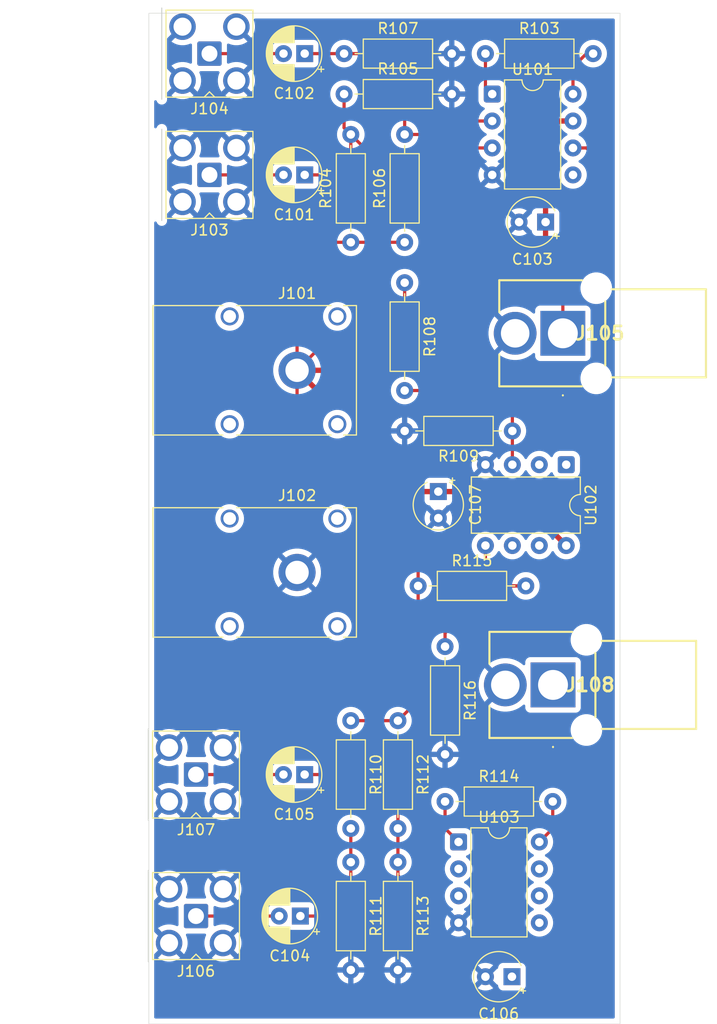
<source format=kicad_pcb>
(kicad_pcb (version 20241229) (generator "pcbnew") (generator_version "9.0")
  (layers (0 "F.Cu" signal) (2 "B.Cu" signal) (13 "F.Paste" user) (15 "B.Paste" user) (5 "F.SilkS" user "F.Silkscreen") (7 "B.SilkS" user "B.Silkscreen") (1 "F.Mask" user) (3 "B.Mask" user) (25 "Edge.Cuts" user))
  (net 0 "")
  (net 1 "Net-(J103-In)")
  (net 2 "Net-(U101-+)")
  (net 3 "Net-(U101--)")
  (net 4 "Net-(J104-In)")
  (net 5 "+5V")
  (net 6 "GND")
  (net 7 "Net-(J106-In)")
  (net 8 "Net-(U103-+)")
  (net 9 "Net-(U103--)")
  (net 10 "Net-(J107-In)")
  (net 11 "Net-(J105-In)")
  (net 12 "Net-(J108-In)")
  (net 13 "Net-(R103-Pad2)")
  (net 14 "Net-(R103-Pad1)")
  (net 15 "Net-(U102A-+)")
  (net 16 "Net-(R114-Pad2)")
  (net 17 "Net-(R114-Pad1)")
  (net 18 "Net-(U102B-+)")
  (net 19 "Net-(U101-Ref)")
  (net 20 "Net-(U102B--)")
  (footprint "Resistor_THT:R_Axial_DIN0207_L6.3mm_D2.5mm_P10.16mm_Horizontal" (layer "F.Cu") (at 147.32 76.835)
    (property "Reference" "R105" (at 5.08 -2.37 0) (layer "F.SilkS"))
    (property "Value" "1.5k")
    (pad "1" thru_hole circle (at 0 0) (size 1.6 1.6) (drill 0.8) (layers "*.Cu" "*.Mask") (net 2 "Net-(U101-+)"))
    (pad "2" thru_hole oval (at 10.16 0) (size 1.6 1.6) (drill 0.8) (layers "*.Cu" "*.Mask") (net 6 "GND"))
  )
  (footprint "Capacitor_THT:CP_Radial_D5.0mm_P2.00mm" (layer "F.Cu") (at 143.6 140.97 180)
    (property "Reference" "C105" (at 1 -3.75 0) (layer "F.SilkS"))
    (property "Value" "C_Polarized")
    (pad "1" thru_hole rect (at 0 0 180) (size 1.6 1.6) (drill 0.8) (layers "*.Cu" "*.Mask") (net 9 "Net-(U103--)"))
    (pad "2" thru_hole circle (at 2 0 180) (size 1.6 1.6) (drill 0.8) (layers "*.Cu" "*.Mask") (net 10 "Net-(J107-In)"))
  )
  (footprint "Resistor_THT:R_Axial_DIN0207_L6.3mm_D2.5mm_P10.16mm_Horizontal" (layer "F.Cu") (at 163.195 108.585 180)
    (property "Reference" "R109" (at 5.08 -2.37 0) (layer "F.SilkS"))
    (property "Value" "1.5k")
    (pad "1" thru_hole circle (at 0 0 180) (size 1.6 1.6) (drill 0.8) (layers "*.Cu" "*.Mask") (net 15 "Net-(U102A-+)"))
    (pad "2" thru_hole oval (at 10.16 0 180) (size 1.6 1.6) (drill 0.8) (layers "*.Cu" "*.Mask") (net 6 "GND"))
  )
  (footprint "Capacitor_THT:CP_Radial_D5.0mm_P2.00mm" (layer "F.Cu") (at 143.195113 154.305 180)
    (property "Reference" "C104" (at 1 -3.75 0) (layer "F.SilkS"))
    (property "Value" "C_Polarized")
    (pad "1" thru_hole rect (at 0 0 180) (size 1.6 1.6) (drill 0.8) (layers "*.Cu" "*.Mask") (net 8 "Net-(U103-+)"))
    (pad "2" thru_hole circle (at 2 0 180) (size 1.6 1.6) (drill 0.8) (layers "*.Cu" "*.Mask") (net 7 "Net-(J106-In)"))
  )
  (footprint "Connector_Coaxial:SMA_Amphenol_901-143_Horizontal" (layer "F.Cu") (at 134.62 73.025 90)
    (property "Reference" "J104" (at -5.2 0 0) (layer "F.SilkS"))
    (property "Value" "sma_conn_I-")
    (fp_line (start 4.3 -4.5) (end -4.3 -4.5) (stroke (width 0.1)) (layer "Edge.Cuts"))
    (pad "1" thru_hole roundrect (at 0 0 90) (size 2.3 2.3) (drill 1.5) (layers "*.Cu" "*.Mask") (roundrect_rratio 0.087) (net 4 "Net-(J104-In)"))
    (pad "2" thru_hole circle (at -2.54 -2.54 90) (size 2.5 2.5) (drill 1.7) (layers "*.Cu" "*.Mask") (net 6 "GND"))
    (pad "2" thru_hole circle (at -2.54 2.54 90) (size 2.5 2.5) (drill 1.7) (layers "*.Cu" "*.Mask") (net 6 "GND"))
    (pad "2" thru_hole circle (at 2.54 -2.54 90) (size 2.5 2.5) (drill 1.7) (layers "*.Cu" "*.Mask") (net 6 "GND"))
    (pad "2" thru_hole circle (at 2.54 2.54 90) (size 2.5 2.5) (drill 1.7) (layers "*.Cu" "*.Mask") (net 6 "GND"))
  )
  (footprint "Connector:Banana_Cliff_FCR7350R_S16N-PC_Horizontal" (layer "F.Cu") (at 142.885 102.87)
    (property "Reference" "J101" (at 0 -7.25 0) (layer "F.SilkS"))
    (property "Value" "banana_conn_red")
    (pad "" np_thru_hole circle (at -6.36 -5.08) (size 1.7 1.7) (drill 1.2) (layers "*.Cu" "*.Mask"))
    (pad "" np_thru_hole circle (at -6.36 5.08) (size 1.7 1.7) (drill 1.2) (layers "*.Cu" "*.Mask"))
    (pad "" np_thru_hole circle (at 3.8 -5.08) (size 1.7 1.7) (drill 1.2) (layers "*.Cu" "*.Mask"))
    (pad "" np_thru_hole circle (at 3.8 5.08) (size 1.7 1.7) (drill 1.2) (layers "*.Cu" "*.Mask"))
    (pad "1" thru_hole circle (at 0 0) (size 3.5 3.5) (drill 2.2) (layers "*.Cu" "*.Mask") (net 5 "+5V"))
  )
  (footprint "Capacitor_THT:CP_Radial_D5.0mm_P2.00mm" (layer "F.Cu") (at 143.605 73.025 180)
    (property "Reference" "C102" (at 1 -3.75 0) (layer "F.SilkS"))
    (property "Value" "C_Polarized")
    (pad "1" thru_hole rect (at 0 0 180) (size 1.6 1.6) (drill 0.8) (layers "*.Cu" "*.Mask") (net 3 "Net-(U101--)"))
    (pad "2" thru_hole circle (at 2 0 180) (size 1.6 1.6) (drill 0.8) (layers "*.Cu" "*.Mask") (net 4 "Net-(J104-In)"))
  )
  (footprint "Resistor_THT:R_Axial_DIN0207_L6.3mm_D2.5mm_P10.16mm_Horizontal" (layer "F.Cu") (at 153.035 94.615 -90)
    (property "Reference" "R108" (at 5.08 -2.37 90) (layer "F.SilkS"))
    (property "Value" "3k")
    (pad "1" thru_hole circle (at 0 0 270) (size 1.6 1.6) (drill 0.8) (layers "*.Cu" "*.Mask") (net 5 "+5V"))
    (pad "2" thru_hole oval (at 10.16 0 270) (size 1.6 1.6) (drill 0.8) (layers "*.Cu" "*.Mask") (net 15 "Net-(U102A-+)"))
  )
  (footprint "Connector:Banana_Cliff_FCR7350B_S16N-PC_Horizontal" (layer "F.Cu") (at 142.885 121.92)
    (property "Reference" "J102" (at 0 -7.25 0) (layer "F.SilkS"))
    (property "Value" "banana_conn_black")
    (pad "" np_thru_hole circle (at -6.36 -5.08) (size 1.7 1.7) (drill 1.2) (layers "*.Cu" "*.Mask"))
    (pad "" np_thru_hole circle (at -6.36 5.08) (size 1.7 1.7) (drill 1.2) (layers "*.Cu" "*.Mask"))
    (pad "" np_thru_hole circle (at 3.8 -5.08) (size 1.7 1.7) (drill 1.2) (layers "*.Cu" "*.Mask"))
    (pad "" np_thru_hole circle (at 3.8 5.08) (size 1.7 1.7) (drill 1.2) (layers "*.Cu" "*.Mask"))
    (pad "1" thru_hole circle (at 0 0) (size 3.5 3.5) (drill 2.2) (layers "*.Cu" "*.Mask") (net 6 "GND"))
  )
  (footprint "Resistor_THT:R_Axial_DIN0207_L6.3mm_D2.5mm_P10.16mm_Horizontal" (layer "F.Cu") (at 152.4 149.225 -90)
    (property "Reference" "R113" (at 5.08 -2.37 90) (layer "F.SilkS"))
    (property "Value" "1.5k")
    (pad "1" thru_hole circle (at 0 0 270) (size 1.6 1.6) (drill 0.8) (layers "*.Cu" "*.Mask") (net 9 "Net-(U103--)"))
    (pad "2" thru_hole oval (at 10.16 0 270) (size 1.6 1.6) (drill 0.8) (layers "*.Cu" "*.Mask") (net 6 "GND"))
  )
  (footprint "Capacitor_THT:CP_Radial_Tantal_D4.5mm_P2.50mm" (layer "F.Cu") (at 156.21 114.3 -90)
    (property "Reference" "C107" (at 1.25 -3.5 90) (layer "F.SilkS"))
    (property "Value" "100n")
    (pad "1" thru_hole rect (at 0 0 270) (size 1.6 1.6) (drill 0.8) (layers "*.Cu" "*.Mask") (net 5 "+5V"))
    (pad "2" thru_hole circle (at 2.5 0 270) (size 1.6 1.6) (drill 0.8) (layers "*.Cu" "*.Mask") (net 6 "GND"))
  )
  (footprint "Connector_Coaxial:SMA_Amphenol_901-143_Horizontal" (layer "F.Cu") (at 134.62 84.455 90)
    (property "Reference" "J103" (at -5.2 0 0) (layer "F.SilkS"))
    (property "Value" "sma_conn_I+")
    (fp_line (start 4.3 -4.5) (end -4.3 -4.5) (stroke (width 0.1)) (layer "Edge.Cuts"))
    (pad "1" thru_hole roundrect (at 0 0 90) (size 2.3 2.3) (drill 1.5) (layers "*.Cu" "*.Mask") (roundrect_rratio 0.087) (net 1 "Net-(J103-In)"))
    (pad "2" thru_hole circle (at -2.54 -2.54 90) (size 2.5 2.5) (drill 1.7) (layers "*.Cu" "*.Mask") (net 6 "GND"))
    (pad "2" thru_hole circle (at -2.54 2.54 90) (size 2.5 2.5) (drill 1.7) (layers "*.Cu" "*.Mask") (net 6 "GND"))
    (pad "2" thru_hole circle (at 2.54 -2.54 90) (size 2.5 2.5) (drill 1.7) (layers "*.Cu" "*.Mask") (net 6 "GND"))
    (pad "2" thru_hole circle (at 2.54 2.54 90) (size 2.5 2.5) (drill 1.7) (layers "*.Cu" "*.Mask") (net 6 "GND"))
  )
  (footprint "Resistor_THT:R_Axial_DIN0207_L6.3mm_D2.5mm_P10.16mm_Horizontal" (layer "F.Cu") (at 156.845 143.51)
    (property "Reference" "R114" (at 5.08 -2.37 0) (layer "F.SilkS"))
    (property "Value" "50k")
    (pad "1" thru_hole circle (at 0 0) (size 1.6 1.6) (drill 0.8) (layers "*.Cu" "*.Mask") (net 17 "Net-(R114-Pad1)"))
    (pad "2" thru_hole oval (at 10.16 0) (size 1.6 1.6) (drill 0.8) (layers "*.Cu" "*.Mask") (net 16 "Net-(R114-Pad2)"))
  )
  (footprint "RCJ_047:RCJ047" (layer "F.Cu") (at 167.03 132.52)
    (property "Reference" "J108" (at 3.491 0 0) (layer "F.SilkS") (effects (font (size 1.27 1.27) (thickness 0.254))))
    (property "Value" "chinch_conn_I" (hide yes))
    (pad "" np_thru_hole circle (at 3.15 -4.25) (size 2.48 2.48) (drill 2.48) (layers "*.Cu" "*.Mask"))
    (pad "" np_thru_hole circle (at 3.15 4.25) (size 2.48 2.48) (drill 2.48) (layers "*.Cu" "*.Mask"))
    (pad "1" thru_hole rect (at 0 0) (size 4.23 4.23) (drill 2.82) (layers "*.Cu" "*.Mask") (net 12 "Net-(J108-In)"))
    (pad "2" thru_hole circle (at -4.5 0) (size 4.035 4.035) (drill 2.69) (layers "*.Cu" "*.Mask") (net 6 "GND"))
  )
  (footprint "Resistor_THT:R_Axial_DIN0207_L6.3mm_D2.5mm_P10.16mm_Horizontal" (layer "F.Cu") (at 147.955 135.89 -90)
    (property "Reference" "R110" (at 5.08 -2.37 90) (layer "F.SilkS"))
    (property "Value" "3k")
    (pad "1" thru_hole circle (at 0 0 270) (size 1.6 1.6) (drill 0.8) (layers "*.Cu" "*.Mask") (net 5 "+5V"))
    (pad "2" thru_hole oval (at 10.16 0 270) (size 1.6 1.6) (drill 0.8) (layers "*.Cu" "*.Mask") (net 8 "Net-(U103-+)"))
  )
  (footprint "Capacitor_THT:CP_Radial_D5.0mm_P2.00mm" (layer "F.Cu") (at 143.605 84.455 180)
    (property "Reference" "C101" (at 1 -3.75 0) (layer "F.SilkS"))
    (property "Value" "C_Polarized")
    (pad "1" thru_hole rect (at 0 0 180) (size 1.6 1.6) (drill 0.8) (layers "*.Cu" "*.Mask") (net 2 "Net-(U101-+)"))
    (pad "2" thru_hole circle (at 2 0 180) (size 1.6 1.6) (drill 0.8) (layers "*.Cu" "*.Mask") (net 1 "Net-(J103-In)"))
  )
  (footprint "Capacitor_THT:CP_Radial_Tantal_D4.5mm_P2.50mm" (layer "F.Cu") (at 163.155 160.02 180)
    (property "Reference" "C106" (at 1.25 -3.5 0) (layer "F.SilkS"))
    (property "Value" "100n")
    (pad "1" thru_hole rect (at 0 0 180) (size 1.6 1.6) (drill 0.8) (layers "*.Cu" "*.Mask") (net 5 "+5V"))
    (pad "2" thru_hole circle (at 2.5 0 180) (size 1.6 1.6) (drill 0.8) (layers "*.Cu" "*.Mask") (net 6 "GND"))
  )
  (footprint "Package_DIP:DIP-8_W7.62mm" (layer "F.Cu") (at 168.275 111.765 -90)
    (property "Reference" "U102" (at 3.81 -2.33 90) (layer "F.SilkS"))
    (property "Value" "TS922IN")
    (pad "1" thru_hole roundrect (at 0 0 270) (size 1.6 1.6) (drill 0.8) (layers "*.Cu" "*.Mask") (roundrect_rratio 0.15625) (net 19 "Net-(U101-Ref)"))
    (pad "2" thru_hole circle (at 0 2.54 270) (size 1.6 1.6) (drill 0.8) (layers "*.Cu" "*.Mask") (net 19 "Net-(U101-Ref)"))
    (pad "3" thru_hole circle (at 0 5.08 270) (size 1.6 1.6) (drill 0.8) (layers "*.Cu" "*.Mask") (net 15 "Net-(U102A-+)"))
    (pad "4" thru_hole circle (at 0 7.62 270) (size 1.6 1.6) (drill 0.8) (layers "*.Cu" "*.Mask") (net 6 "GND"))
    (pad "5" thru_hole circle (at 7.62 7.62 270) (size 1.6 1.6) (drill 0.8) (layers "*.Cu" "*.Mask") (net 18 "Net-(U102B-+)"))
    (pad "6" thru_hole circle (at 7.62 5.08 270) (size 1.6 1.6) (drill 0.8) (layers "*.Cu" "*.Mask") (net 20 "Net-(U102B--)"))
    (pad "7" thru_hole circle (at 7.62 2.54 270) (size 1.6 1.6) (drill 0.8) (layers "*.Cu" "*.Mask") (net 20 "Net-(U102B--)"))
    (pad "8" thru_hole circle (at 7.62 0 270) (size 1.6 1.6) (drill 0.8) (layers "*.Cu" "*.Mask") (net 5 "+5V"))
  )
  (footprint "Resistor_THT:R_Axial_DIN0207_L6.3mm_D2.5mm_P10.16mm_Horizontal" (layer "F.Cu") (at 147.32 73.025)
    (property "Reference" "R107" (at 5.08 -2.37 0) (layer "F.SilkS"))
    (property "Value" "1.5k")
    (pad "1" thru_hole circle (at 0 0) (size 1.6 1.6) (drill 0.8) (layers "*.Cu" "*.Mask") (net 3 "Net-(U101--)"))
    (pad "2" thru_hole oval (at 10.16 0) (size 1.6 1.6) (drill 0.8) (layers "*.Cu" "*.Mask") (net 6 "GND"))
  )
  (footprint "Resistor_THT:R_Axial_DIN0207_L6.3mm_D2.5mm_P10.16mm_Horizontal" (layer "F.Cu") (at 160.655 73.025)
    (property "Reference" "R103" (at 5.08 -2.37 0) (layer "F.SilkS"))
    (property "Value" "50k")
    (pad "1" thru_hole circle (at 0 0) (size 1.6 1.6) (drill 0.8) (layers "*.Cu" "*.Mask") (net 14 "Net-(R103-Pad1)"))
    (pad "2" thru_hole oval (at 10.16 0) (size 1.6 1.6) (drill 0.8) (layers "*.Cu" "*.Mask") (net 13 "Net-(R103-Pad2)"))
  )
  (footprint "Resistor_THT:R_Axial_DIN0207_L6.3mm_D2.5mm_P10.16mm_Horizontal" (layer "F.Cu") (at 152.4 135.89 -90)
    (property "Reference" "R112" (at 5.08 -2.37 90) (layer "F.SilkS"))
    (property "Value" "3k")
    (pad "1" thru_hole circle (at 0 0 270) (size 1.6 1.6) (drill 0.8) (layers "*.Cu" "*.Mask") (net 5 "+5V"))
    (pad "2" thru_hole oval (at 10.16 0 270) (size 1.6 1.6) (drill 0.8) (layers "*.Cu" "*.Mask") (net 9 "Net-(U103--)"))
  )
  (footprint "Resistor_THT:R_Axial_DIN0207_L6.3mm_D2.5mm_P10.16mm_Horizontal" (layer "F.Cu") (at 156.845 128.905 -90)
    (property "Reference" "R116" (at 5.08 -2.37 90) (layer "F.SilkS"))
    (property "Value" "1.5k")
    (pad "1" thru_hole circle (at 0 0 270) (size 1.6 1.6) (drill 0.8) (layers "*.Cu" "*.Mask") (net 18 "Net-(U102B-+)"))
    (pad "2" thru_hole oval (at 10.16 0 270) (size 1.6 1.6) (drill 0.8) (layers "*.Cu" "*.Mask") (net 6 "GND"))
  )
  (footprint "Package_DIP:DIP-8_W7.62mm" (layer "F.Cu") (at 161.295 76.835)
    (property "Reference" "U101" (at 3.81 -2.33 0) (layer "F.SilkS"))
    (property "Value" "INA128")
    (pad "1" thru_hole roundrect (at 0 0) (size 1.6 1.6) (drill 0.8) (layers "*.Cu" "*.Mask") (roundrect_rratio 0.15625) (net 14 "Net-(R103-Pad1)"))
    (pad "2" thru_hole circle (at 0 2.54) (size 1.6 1.6) (drill 0.8) (layers "*.Cu" "*.Mask") (net 3 "Net-(U101--)"))
    (pad "3" thru_hole circle (at 0 5.08) (size 1.6 1.6) (drill 0.8) (layers "*.Cu" "*.Mask") (net 2 "Net-(U101-+)"))
    (pad "4" thru_hole circle (at 0 7.62) (size 1.6 1.6) (drill 0.8) (layers "*.Cu" "*.Mask") (net 6 "GND"))
    (pad "5" thru_hole circle (at 7.62 7.62) (size 1.6 1.6) (drill 0.8) (layers "*.Cu" "*.Mask") (net 19 "Net-(U101-Ref)"))
    (pad "6" thru_hole circle (at 7.62 5.08) (size 1.6 1.6) (drill 0.8) (layers "*.Cu" "*.Mask") (net 11 "Net-(J105-In)"))
    (pad "7" thru_hole circle (at 7.62 2.54) (size 1.6 1.6) (drill 0.8) (layers "*.Cu" "*.Mask") (net 5 "+5V"))
    (pad "8" thru_hole circle (at 7.62 0) (size 1.6 1.6) (drill 0.8) (layers "*.Cu" "*.Mask") (net 13 "Net-(R103-Pad2)"))
  )
  (footprint "Connector_Coaxial:SMA_Amphenol_901-143_Horizontal" (layer "F.Cu") (at 133.35 154.305 90)
    (property "Reference" "J106" (at -5.2 0 0) (layer "F.SilkS"))
    (property "Value" "sma_conn_I+")
    (fp_line (start 4.3 -4.5) (end -4.3 -4.5) (stroke (width 0.1)) (layer "Edge.Cuts"))
    (pad "1" thru_hole roundrect (at 0 0 90) (size 2.3 2.3) (drill 1.5) (layers "*.Cu" "*.Mask") (roundrect_rratio 0.087) (net 7 "Net-(J106-In)"))
    (pad "2" thru_hole circle (at -2.54 -2.54 90) (size 2.5 2.5) (drill 1.7) (layers "*.Cu" "*.Mask") (net 6 "GND"))
    (pad "2" thru_hole circle (at -2.54 2.54 90) (size 2.5 2.5) (drill 1.7) (layers "*.Cu" "*.Mask") (net 6 "GND"))
    (pad "2" thru_hole circle (at 2.54 -2.54 90) (size 2.5 2.5) (drill 1.7) (layers "*.Cu" "*.Mask") (net 6 "GND"))
    (pad "2" thru_hole circle (at 2.54 2.54 90) (size 2.5 2.5) (drill 1.7) (layers "*.Cu" "*.Mask") (net 6 "GND"))
  )
  (footprint "RCJ_047:RCJ047" (layer "F.Cu") (at 167.959 99.382)
    (property "Reference" "J105" (at 3.491 0 0) (layer "F.SilkS") (effects (font (size 1.27 1.27) (thickness 0.254))))
    (property "Value" "chinch_conn_I" (hide yes))
    (pad "" np_thru_hole circle (at 3.15 -4.25) (size 2.48 2.48) (drill 2.48) (layers "*.Cu" "*.Mask"))
    (pad "" np_thru_hole circle (at 3.15 4.25) (size 2.48 2.48) (drill 2.48) (layers "*.Cu" "*.Mask"))
    (pad "1" thru_hole rect (at 0 0) (size 4.23 4.23) (drill 2.82) (layers "*.Cu" "*.Mask") (net 11 "Net-(J105-In)"))
    (pad "2" thru_hole circle (at -4.5 0) (size 4.035 4.035) (drill 2.69) (layers "*.Cu" "*.Mask") (net 6 "GND"))
  )
  (footprint "Resistor_THT:R_Axial_DIN0207_L6.3mm_D2.5mm_P10.16mm_Horizontal" (layer "F.Cu") (at 153.035 90.805 90)
    (property "Reference" "R106" (at 5.08 -2.37 90) (layer "F.SilkS"))
    (property "Value" "3k")
    (pad "1" thru_hole circle (at 0 0 90) (size 1.6 1.6) (drill 0.8) (layers "*.Cu" "*.Mask") (net 5 "+5V"))
    (pad "2" thru_hole oval (at 10.16 0 90) (size 1.6 1.6) (drill 0.8) (layers "*.Cu" "*.Mask") (net 3 "Net-(U101--)"))
  )
  (footprint "Package_DIP:DIP-8_W7.62mm" (layer "F.Cu") (at 158.12 147.32)
    (property "Reference" "U103" (at 3.81 -2.33 0) (layer "F.SilkS"))
    (property "Value" "INA128")
    (pad "1" thru_hole roundrect (at 0 0) (size 1.6 1.6) (drill 0.8) (layers "*.Cu" "*.Mask") (roundrect_rratio 0.15625) (net 17 "Net-(R114-Pad1)"))
    (pad "2" thru_hole circle (at 0 2.54) (size 1.6 1.6) (drill 0.8) (layers "*.Cu" "*.Mask") (net 9 "Net-(U103--)"))
    (pad "3" thru_hole circle (at 0 5.08) (size 1.6 1.6) (drill 0.8) (layers "*.Cu" "*.Mask") (net 8 "Net-(U103-+)"))
    (pad "4" thru_hole circle (at 0 7.62) (size 1.6 1.6) (drill 0.8) (layers "*.Cu" "*.Mask") (net 6 "GND"))
    (pad "5" thru_hole circle (at 7.62 7.62) (size 1.6 1.6) (drill 0.8) (layers "*.Cu" "*.Mask") (net 20 "Net-(U102B--)"))
    (pad "6" thru_hole circle (at 7.62 5.08) (size 1.6 1.6) (drill 0.8) (layers "*.Cu" "*.Mask") (net 12 "Net-(J108-In)"))
    (pad "7" thru_hole circle (at 7.62 2.54) (size 1.6 1.6) (drill 0.8) (layers "*.Cu" "*.Mask") (net 5 "+5V"))
    (pad "8" thru_hole circle (at 7.62 0) (size 1.6 1.6) (drill 0.8) (layers "*.Cu" "*.Mask") (net 16 "Net-(R114-Pad2)"))
  )
  (footprint "Resistor_THT:R_Axial_DIN0207_L6.3mm_D2.5mm_P10.16mm_Horizontal" (layer "F.Cu") (at 154.305 123.19)
    (property "Reference" "R115" (at 5.08 -2.37 0) (layer "F.SilkS"))
    (property "Value" "3k")
    (pad "1" thru_hole circle (at 0 0) (size 1.6 1.6) (drill 0.8) (layers "*.Cu" "*.Mask") (net 5 "+5V"))
    (pad "2" thru_hole oval (at 10.16 0) (size 1.6 1.6) (drill 0.8) (layers "*.Cu" "*.Mask") (net 18 "Net-(U102B-+)"))
  )
  (footprint "Resistor_THT:R_Axial_DIN0207_L6.3mm_D2.5mm_P10.16mm_Horizontal" (layer "F.Cu") (at 147.955 149.225 -90)
    (property "Reference" "R111" (at 5.08 -2.37 90) (layer "F.SilkS"))
    (property "Value" "1.5k")
    (pad "1" thru_hole circle (at 0 0 270) (size 1.6 1.6) (drill 0.8) (layers "*.Cu" "*.Mask") (net 8 "Net-(U103-+)"))
    (pad "2" thru_hole oval (at 10.16 0 270) (size 1.6 1.6) (drill 0.8) (layers "*.Cu" "*.Mask") (net 6 "GND"))
  )
  (footprint "Connector_Coaxial:SMA_Amphenol_901-143_Horizontal" (layer "F.Cu") (at 133.35 140.97 90)
    (property "Reference" "J107" (at -5.2 0 0) (layer "F.SilkS"))
    (property "Value" "sma_conn_I-")
    (fp_line (start 4.3 -4.5) (end -4.3 -4.5) (stroke (width 0.1)) (layer "Edge.Cuts"))
    (pad "1" thru_hole roundrect (at 0 0 90) (size 2.3 2.3) (drill 1.5) (layers "*.Cu" "*.Mask") (roundrect_rratio 0.087) (net 10 "Net-(J107-In)"))
    (pad "2" thru_hole circle (at -2.54 -2.54 90) (size 2.5 2.5) (drill 1.7) (layers "*.Cu" "*.Mask") (net 6 "GND"))
    (pad "2" thru_hole circle (at -2.54 2.54 90) (size 2.5 2.5) (drill 1.7) (layers "*.Cu" "*.Mask") (net 6 "GND"))
    (pad "2" thru_hole circle (at 2.54 -2.54 90) (size 2.5 2.5) (drill 1.7) (layers "*.Cu" "*.Mask") (net 6 "GND"))
    (pad "2" thru_hole circle (at 2.54 2.54 90) (size 2.5 2.5) (drill 1.7) (layers "*.Cu" "*.Mask") (net 6 "GND"))
  )
  (footprint "Resistor_THT:R_Axial_DIN0207_L6.3mm_D2.5mm_P10.16mm_Horizontal" (layer "F.Cu") (at 147.955 90.805 90)
    (property "Reference" "R104" (at 5.08 -2.37 90) (layer "F.SilkS"))
    (property "Value" "3k")
    (pad "1" thru_hole circle (at 0 0 90) (size 1.6 1.6) (drill 0.8) (layers "*.Cu" "*.Mask") (net 5 "+5V"))
    (pad "2" thru_hole oval (at 10.16 0 90) (size 1.6 1.6) (drill 0.8) (layers "*.Cu" "*.Mask") (net 2 "Net-(U101-+)"))
  )
  (footprint "Capacitor_THT:CP_Radial_Tantal_D4.5mm_P2.50mm" (layer "F.Cu") (at 166.328856 88.9 180)
    (property "Reference" "C103" (at 1.25 -3.5 0) (layer "F.SilkS"))
    (property "Value" "100n")
    (pad "1" thru_hole rect (at 0 0 180) (size 1.6 1.6) (drill 0.8) (layers "*.Cu" "*.Mask") (net 5 "+5V"))
    (pad "2" thru_hole circle (at 2.5 0 180) (size 1.6 1.6) (drill 0.8) (layers "*.Cu" "*.Mask") (net 6 "GND"))
  )
  (gr_rect (start 128.905 69.215) (end 173.355 164.465) (stroke (width 0.05)) (fill no) (layer "Edge.Cuts"))
  (segment (start 141.605 84.455) (end 134.62 84.455) (width 0.3) (layer "F.Cu") (net 1))
  (segment (start 147.955 82.55) (end 147.955 80.645) (width 0.3) (layer "F.Cu") (net 2))
  (segment (start 147.32 76.835) (end 147.32 80.01) (width 0.3) (layer "F.Cu") (net 2))
  (segment (start 143.605 84.455) (end 146.05 84.455) (width 0.3) (layer "F.Cu") (net 2))
  (segment (start 147.32 80.01) (end 147.955 80.645) (width 0.3) (layer "F.Cu") (net 2))
  (segment (start 149.86 82.55) (end 147.955 80.645) (width 0.3) (layer "F.Cu") (net 2))
  (segment (start 146.05 84.455) (end 147.955 82.55) (width 0.3) (layer "F.Cu") (net 2))
  (segment (start 155.575 81.915) (end 154.94 82.55) (width 0.3) (layer "F.Cu") (net 2))
  (segment (start 161.295 81.915) (end 155.575 81.915) (width 0.3) (layer "F.Cu") (net 2))
  (segment (start 154.94 82.55) (end 149.86 82.55) (width 0.3) (layer "F.Cu") (net 2))
  (segment (start 153.035 75.565) (end 153.035 80.645) (width 0.3) (layer "F.Cu") (net 3))
  (segment (start 147.32 73.025) (end 150.495 73.025) (width 0.3) (layer "F.Cu") (net 3))
  (segment (start 158.75 79.375) (end 161.295 79.375) (width 0.3) (layer "F.Cu") (net 3))
  (segment (start 153.035 80.645) (end 157.48 80.645) (width 0.3) (layer "F.Cu") (net 3))
  (segment (start 150.495 73.025) (end 153.035 75.565) (width 0.3) (layer "F.Cu") (net 3))
  (segment (start 157.48 80.645) (end 158.75 79.375) (width 0.3) (layer "F.Cu") (net 3))
  (segment (start 143.605 73.025) (end 147.32 73.025) (width 0.3) (layer "F.Cu") (net 3))
  (segment (start 134.62 73.025) (end 141.605 73.025) (width 0.3) (layer "F.Cu") (net 4))
  (segment (start 154.305 133.985) (end 152.4 135.89) (width 0.3) (layer "F.Cu") (net 5))
  (segment (start 154.305 120.015) (end 142.885 108.595) (width 0.3) (layer "F.Cu") (net 5))
  (segment (start 145.415 105.4) (end 142.885 102.87) (width 0.5) (layer "F.Cu") (net 5))
  (segment (start 153.67 114.3) (end 149.86 110.49) (width 0.5) (layer "F.Cu") (net 5))
  (segment (start 154.305 102.87) (end 166.328856 90.846144) (width 0.5) (layer "F.Cu") (net 5))
  (segment (start 167.64 79.375) (end 168.915 79.375) (width 0.5) (layer "F.Cu") (net 5))
  (segment (start 149.86 110.49) (end 149.86 106.68) (width 0.5) (layer "F.Cu") (net 5))
  (segment (start 156.21 114.3) (end 163.19 114.3) (width 0.5) (layer "F.Cu") (net 5))
  (segment (start 166.328856 90.846144) (end 166.328856 88.9) (width 0.5) (layer "F.Cu") (net 5))
  (segment (start 144.78 100.965) (end 144.78 100.975) (width 0.3) (layer "F.Cu") (net 5))
  (segment (start 163.19 114.3) (end 168.275 119.385) (width 0.5) (layer "F.Cu") (net 5))
  (segment (start 149.86 100.965) (end 144.78 100.965) (width 0.3) (layer "F.Cu") (net 5))
  (segment (start 142.885 102.87) (end 154.305 102.87) (width 0.5) (layer "F.Cu") (net 5))
  (segment (start 147.955 90.805) (end 153.035 90.805) (width 0.3) (layer "F.Cu") (net 5))
  (segment (start 153.035 97.79) (end 149.86 100.965) (width 0.3) (layer "F.Cu") (net 5))
  (segment (start 156.21 114.3) (end 153.67 114.3) (width 0.5) (layer "F.Cu") (net 5))
  (segment (start 144.78 100.975) (end 142.885 102.87) (width 0.3) (layer "F.Cu") (net 5))
  (segment (start 142.885 102.87) (end 142.885 93.335) (width 0.3) (layer "F.Cu") (net 5))
  (segment (start 149.86 106.68) (end 148.59 105.41) (width 0.5) (layer "F.Cu") (net 5))
  (segment (start 142.885 93.335) (end 145.415 90.805) (width 0.3) (layer "F.Cu") (net 5))
  (segment (start 154.305 123.19) (end 154.305 133.985) (width 0.3) (layer "F.Cu") (net 5))
  (segment (start 145.415 90.805) (end 147.955 90.805) (width 0.3) (layer "F.Cu") (net 5))
  (segment (start 142.885 108.595) (end 142.885 102.87) (width 0.3) (layer "F.Cu") (net 5))
  (segment (start 166.328856 88.9) (end 166.328856 80.686144) (width 0.5) (layer "F.Cu") (net 5))
  (segment (start 148.59 105.41) (end 145.415 105.41) (width 0.5) (layer "F.Cu") (net 5))
  (segment (start 147.955 135.89) (end 152.4 135.89) (width 0.3) (layer "F.Cu") (net 5))
  (segment (start 154.305 123.19) (end 154.305 120.015) (width 0.3) (layer "F.Cu") (net 5))
  (segment (start 153.035 94.615) (end 153.035 97.79) (width 0.3) (layer "F.Cu") (net 5))
  (segment (start 145.415 105.41) (end 145.415 105.4) (width 0.5) (layer "F.Cu") (net 5))
  (segment (start 166.328856 80.686144) (end 167.64 79.375) (width 0.5) (layer "F.Cu") (net 5))
  (segment (start 133.35 154.305) (end 141.195113 154.305) (width 0.3) (layer "F.Cu") (net 7))
  (segment (start 143.195113 154.305) (end 146.685 154.305) (width 0.3) (layer "F.Cu") (net 8))
  (segment (start 147.955 153.035) (end 147.955 149.225) (width 0.3) (layer "F.Cu") (net 8))
  (segment (start 147.955 149.225) (end 147.955 146.05) (width 0.3) (layer "F.Cu") (net 8))
  (segment (start 146.685 154.305) (end 147.955 153.035) (width 0.3) (layer "F.Cu") (net 8))
  (segment (start 143.6 140.97) (end 149.86 140.97) (width 0.3) (layer "F.Cu") (net 9))
  (segment (start 149.86 140.97) (end 152.4 143.51) (width 0.3) (layer "F.Cu") (net 9))
  (segment (start 152.4 149.225) (end 152.4 150.495) (width 0.3) (layer "F.Cu") (net 9))
  (segment (start 152.4 143.51) (end 152.4 146.05) (width 0.3) (layer "F.Cu") (net 9))
  (segment (start 152.4 146.05) (end 152.4 149.225) (width 0.3) (layer "F.Cu") (net 9))
  (segment (start 152.4 150.495) (end 153.67 151.765) (width 0.3) (layer "F.Cu") (net 9))
  (segment (start 133.35 140.97) (end 141.6 140.97) (width 0.3) (layer "F.Cu") (net 10))
  (segment (start 167.959 99.382) (end 167.959 92.391) (width 0.3) (layer "F.Cu") (net 11))
  (segment (start 167.959 92.391) (end 171.45 88.9) (width 0.3) (layer "F.Cu") (net 11))
  (segment (start 170.18 81.915) (end 168.915 81.915) (width 0.3) (layer "F.Cu") (net 11))
  (segment (start 171.45 83.185) (end 170.18 81.915) (width 0.3) (layer "F.Cu") (net 11))
  (segment (start 171.45 88.9) (end 171.45 83.185) (width 0.3) (layer "F.Cu") (net 11))
  (segment (start 170.815 73.025) (end 170.18 73.025) (width 0.3) (layer "F.Cu") (net 13))
  (segment (start 170.18 73.025) (end 168.915 74.29) (width 0.3) (layer "F.Cu") (net 13))
  (segment (start 168.915 74.29) (end 168.915 76.835) (width 0.3) (layer "F.Cu") (net 13))
  (segment (start 160.655 76.195) (end 161.295 76.835) (width 0.3) (layer "F.Cu") (net 14))
  (segment (start 160.655 73.025) (end 160.655 76.195) (width 0.3) (layer "F.Cu") (net 14))
  (segment (start 163.195 108.585) (end 163.195 111.765) (width 0.3) (layer "F.Cu") (net 15))
  (segment (start 153.035 104.775) (end 161.925 104.775) (width 0.3) (layer "F.Cu") (net 15))
  (segment (start 161.925 104.775) (end 163.195 106.045) (width 0.3) (layer "F.Cu") (net 15))
  (segment (start 163.195 106.045) (end 163.195 108.585) (width 0.3) (layer "F.Cu") (net 15))
  (segment (start 167.005 146.055) (end 165.74 147.32) (width 0.3) (layer "F.Cu") (net 16))
  (segment (start 167.005 143.51) (end 167.005 146.055) (width 0.3) (layer "F.Cu") (net 16))
  (segment (start 156.845 143.51) (end 156.845 146.045) (width 0.3) (layer "F.Cu") (net 17))
  (segment (start 156.845 146.045) (end 158.12 147.32) (width 0.3) (layer "F.Cu") (net 17))
  (segment (start 161.29 123.19) (end 156.845 127.635) (width 0.3) (layer "F.Cu") (net 18))
  (segment (start 160.655 121.92) (end 161.925 123.19) (width 0.3) (layer "F.Cu") (net 18))
  (segment (start 160.655 119.385) (end 160.655 121.92) (width 0.3) (layer "F.Cu") (net 18))
  (segment (start 156.845 127.635) (end 156.845 128.905) (width 0.3) (layer "F.Cu") (net 18))
  (segment (start 161.925 123.19) (end 164.465 123.19) (width 0.3) (layer "F.Cu") (net 18))
  (segment (start 164.465 123.19) (end 161.29 123.19) (width 0.3) (layer "F.Cu") (net 18))
  (zone (net 6) (net_name "GND") (layer "B.Cu") (connect_pads (clearance 0.5)) (min_thickness 0.25) (fill yes (thermal_gap 0.5) (thermal_bridge_width 0.5))
    (polygon (pts (xy 128.905 69.215) (xy 173.355 69.215) (xy 173.355 164.465) (xy 128.905 164.465)))
  )
)
</source>
